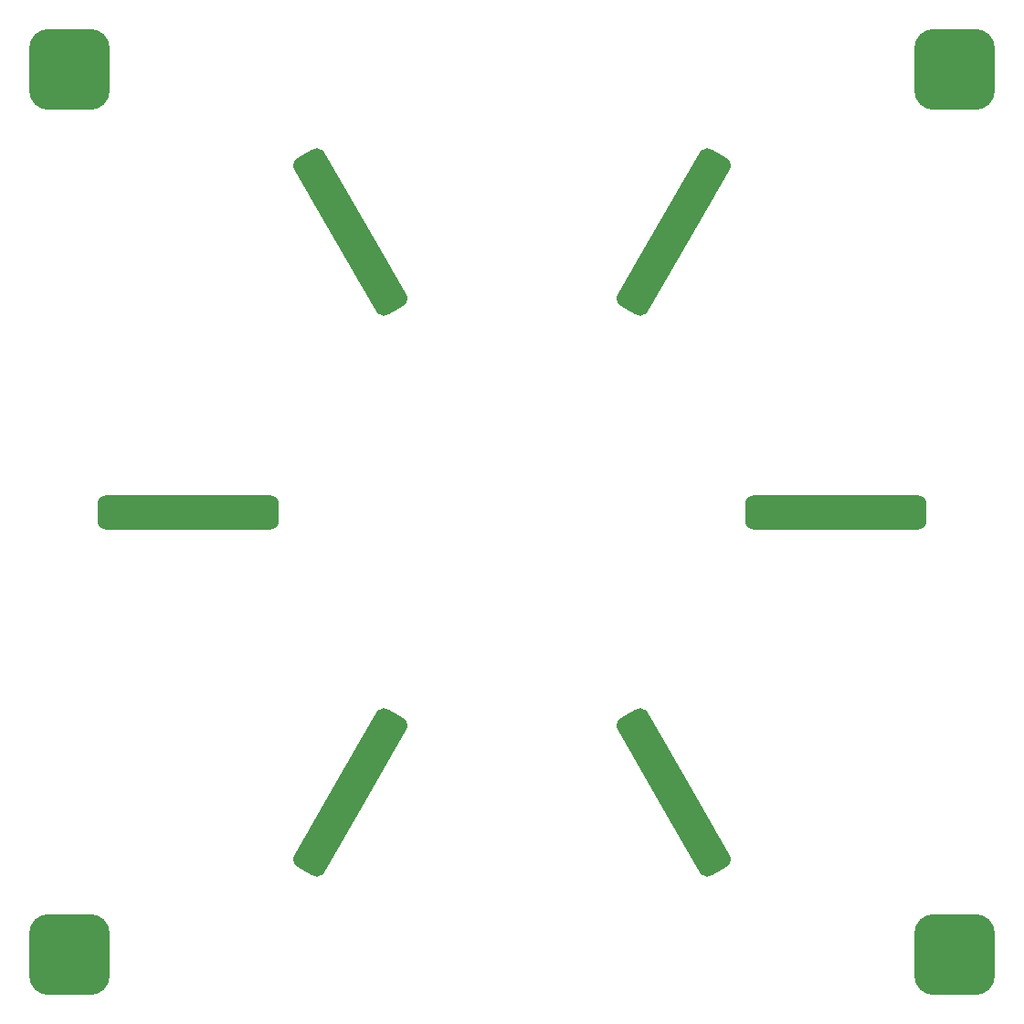
<source format=gbl>
G04*
G04 #@! TF.GenerationSoftware,Altium Limited,Altium Designer,24.0.1 (36)*
G04*
G04 Layer_Physical_Order=2*
G04 Layer_Color=1930808*
%FSLAX44Y44*%
%MOMM*%
G71*
G04*
G04 #@! TF.SameCoordinates,C0ED5DD7-DA47-4A81-9C3B-FA78DA4D2569*
G04*
G04*
G04 #@! TF.FilePolarity,Positive*
G04*
G01*
G75*
%ADD14C,3.2000*%
G04:AMPARAMS|DCode=15|XSize=6.8mm|YSize=3.2mm|CornerRadius=0.8mm|HoleSize=0mm|Usage=FLASHONLY|Rotation=120.000|XOffset=0mm|YOffset=0mm|HoleType=Round|Shape=RoundedRectangle|*
%AMROUNDEDRECTD15*
21,1,6.8000,1.6000,0,0,120.0*
21,1,5.2000,3.2000,0,0,120.0*
1,1,1.6000,-0.6072,2.6517*
1,1,1.6000,1.9928,-1.8517*
1,1,1.6000,0.6072,-2.6517*
1,1,1.6000,-1.9928,1.8517*
%
%ADD15ROUNDEDRECTD15*%
G04:AMPARAMS|DCode=16|XSize=6.8mm|YSize=3.2mm|CornerRadius=0.8mm|HoleSize=0mm|Usage=FLASHONLY|Rotation=0.000|XOffset=0mm|YOffset=0mm|HoleType=Round|Shape=RoundedRectangle|*
%AMROUNDEDRECTD16*
21,1,6.8000,1.6000,0,0,0.0*
21,1,5.2000,3.2000,0,0,0.0*
1,1,1.6000,2.6000,-0.8000*
1,1,1.6000,-2.6000,-0.8000*
1,1,1.6000,-2.6000,0.8000*
1,1,1.6000,2.6000,0.8000*
%
%ADD16ROUNDEDRECTD16*%
G04:AMPARAMS|DCode=17|XSize=6.8mm|YSize=3.2mm|CornerRadius=0.8mm|HoleSize=0mm|Usage=FLASHONLY|Rotation=60.000|XOffset=0mm|YOffset=0mm|HoleType=Round|Shape=RoundedRectangle|*
%AMROUNDEDRECTD17*
21,1,6.8000,1.6000,0,0,60.0*
21,1,5.2000,3.2000,0,0,60.0*
1,1,1.6000,1.9928,1.8517*
1,1,1.6000,-0.6072,-2.6517*
1,1,1.6000,-1.9928,-1.8517*
1,1,1.6000,0.6072,2.6517*
%
%ADD17ROUNDEDRECTD17*%
G04:AMPARAMS|DCode=18|XSize=7.5mm|YSize=7.5mm|CornerRadius=1.875mm|HoleSize=0mm|Usage=FLASHONLY|Rotation=0.000|XOffset=0mm|YOffset=0mm|HoleType=Round|Shape=RoundedRectangle|*
%AMROUNDEDRECTD18*
21,1,7.5000,3.7500,0,0,0.0*
21,1,3.7500,7.5000,0,0,0.0*
1,1,3.7500,1.8750,-1.8750*
1,1,3.7500,-1.8750,-1.8750*
1,1,3.7500,-1.8750,1.8750*
1,1,3.7500,1.8750,1.8750*
%
%ADD18ROUNDEDRECTD18*%
D14*
X275000Y146891D02*
X325000Y233494D01*
X575000D02*
X625000Y146891D01*
X700000Y450000D02*
X800000D01*
X100000D02*
X200000D01*
X575000Y666506D02*
X625000Y753109D01*
X275000D02*
X325000Y666506D01*
D15*
X625000Y146891D02*
D03*
X575000Y233494D02*
D03*
X325000Y666506D02*
D03*
X275000Y753109D02*
D03*
D16*
X100000Y450000D02*
D03*
X200000D02*
D03*
X700000D02*
D03*
X800000D02*
D03*
D17*
X275000Y146891D02*
D03*
X325000Y233494D02*
D03*
X575000Y666506D02*
D03*
X625000Y753109D02*
D03*
D18*
X40000Y860000D02*
D03*
X860000D02*
D03*
Y40000D02*
D03*
X40000D02*
D03*
M02*

</source>
